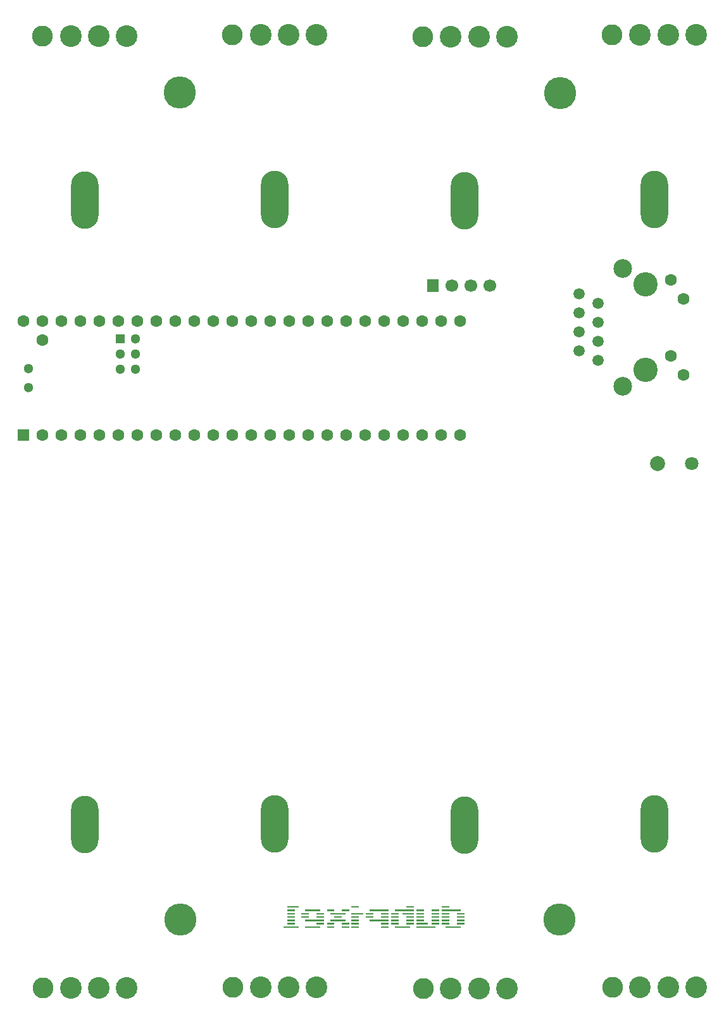
<source format=gbr>
%TF.GenerationSoftware,KiCad,Pcbnew,8.0.6*%
%TF.CreationDate,2025-03-02T11:18:05-08:00*%
%TF.ProjectId,dpx_faded,6470785f-6661-4646-9564-2e6b69636164,0.5.0*%
%TF.SameCoordinates,Original*%
%TF.FileFunction,Soldermask,Bot*%
%TF.FilePolarity,Negative*%
%FSLAX46Y46*%
G04 Gerber Fmt 4.6, Leading zero omitted, Abs format (unit mm)*
G04 Created by KiCad (PCBNEW 8.0.6) date 2025-03-02 11:18:05*
%MOMM*%
%LPD*%
G01*
G04 APERTURE LIST*
%ADD10C,0.150000*%
%ADD11C,4.300000*%
%ADD12R,1.600000X1.700000*%
%ADD13C,1.700000*%
%ADD14C,3.250000*%
%ADD15C,1.520000*%
%ADD16C,1.600000*%
%ADD17C,2.500000*%
%ADD18C,1.800000*%
%ADD19C,2.000000*%
%ADD20R,1.600000X1.600000*%
%ADD21R,1.300000X1.300000*%
%ADD22C,1.300000*%
%ADD23C,2.900000*%
%ADD24C,2.800000*%
%ADD25O,3.700000X7.700000*%
G04 APERTURE END LIST*
D10*
G36*
X338634898Y-224987903D02*
G01*
X337620949Y-224987903D01*
X337620949Y-225212117D01*
X338634898Y-225212117D01*
X338634898Y-224987903D01*
G37*
G36*
X338634898Y-227249103D02*
G01*
X337620949Y-227249103D01*
X337620949Y-227473318D01*
X338634898Y-227473318D01*
X338634898Y-227249103D01*
G37*
G36*
X338634898Y-226816793D02*
G01*
X337620949Y-226816793D01*
X337620949Y-227041008D01*
X338634898Y-227041008D01*
X338634898Y-226816793D01*
G37*
G36*
X338634898Y-226358105D02*
G01*
X337620949Y-226358105D01*
X337620949Y-226582320D01*
X338634898Y-226582320D01*
X338634898Y-226358105D01*
G37*
G36*
X338634898Y-225925795D02*
G01*
X337620949Y-225925795D01*
X337620949Y-226150010D01*
X338634898Y-226150010D01*
X338634898Y-225925795D01*
G37*
G36*
X340123021Y-225456849D02*
G01*
X337620949Y-225456849D01*
X337620949Y-225681064D01*
X340123021Y-225681064D01*
X340123021Y-225456849D01*
G37*
G36*
X340654494Y-225925795D02*
G01*
X339640544Y-225925795D01*
X339640544Y-226150010D01*
X340654494Y-226150010D01*
X340654494Y-225925795D01*
G37*
G36*
X340123021Y-227718049D02*
G01*
X338103426Y-227718049D01*
X338103426Y-227942264D01*
X340123021Y-227942264D01*
X340123021Y-227718049D01*
G37*
G36*
X340654494Y-227249103D02*
G01*
X339640544Y-227249103D01*
X339640544Y-227473318D01*
X340654494Y-227473318D01*
X340654494Y-227249103D01*
G37*
G36*
X340654494Y-226816793D02*
G01*
X339640544Y-226816793D01*
X339640544Y-227041008D01*
X340654494Y-227041008D01*
X340654494Y-226816793D01*
G37*
G36*
X340654494Y-226358105D02*
G01*
X339640544Y-226358105D01*
X339640544Y-226582320D01*
X340654494Y-226582320D01*
X340654494Y-226358105D01*
G37*
G36*
X334214542Y-227942264D02*
G01*
X334723593Y-227942264D01*
X335226831Y-227942264D01*
X336751493Y-227942264D01*
X336751493Y-227718049D01*
X335226831Y-227718049D01*
X334723593Y-227718049D01*
X334214542Y-227718049D01*
X334214542Y-227942264D01*
G37*
G36*
X335768269Y-227249103D02*
G01*
X335249253Y-227249103D01*
X334734389Y-227249103D01*
X334214542Y-227249103D01*
X334214542Y-227473318D01*
X334734389Y-227473318D01*
X335249253Y-227473318D01*
X335768269Y-227473318D01*
X335768269Y-227249103D01*
G37*
G36*
X337256392Y-227249103D02*
G01*
X336242442Y-227249103D01*
X336242442Y-227473318D01*
X337256392Y-227473318D01*
X337256392Y-227249103D01*
G37*
G36*
X336242442Y-226816793D02*
G01*
X336242442Y-227041008D01*
X337256392Y-227041008D01*
X337256392Y-226816793D01*
X336242442Y-226816793D01*
G37*
G36*
X336242442Y-226358105D02*
G01*
X336242442Y-226582320D01*
X337256392Y-226582320D01*
X337256392Y-226358105D01*
X336242442Y-226358105D01*
G37*
G36*
X336242442Y-225925795D02*
G01*
X336242442Y-226150010D01*
X337256392Y-226150010D01*
X337256392Y-225925795D01*
X336242442Y-225925795D01*
G37*
G36*
X336242442Y-225456849D02*
G01*
X336242442Y-225681064D01*
X337256392Y-225681064D01*
X337256392Y-225456849D01*
X336242442Y-225456849D01*
G37*
G36*
X334214542Y-225681064D02*
G01*
X335228492Y-225681064D01*
X335228492Y-225456849D01*
X334214542Y-225456849D01*
X334214542Y-225681064D01*
G37*
G36*
X334214542Y-226150010D02*
G01*
X335228492Y-226150010D01*
X335228492Y-225925795D01*
X334214542Y-225925795D01*
X334214542Y-226150010D01*
G37*
G36*
X334214542Y-226582320D02*
G01*
X335228492Y-226582320D01*
X335228492Y-226358105D01*
X334214542Y-226358105D01*
X334214542Y-226582320D01*
G37*
G36*
X334214542Y-227041008D02*
G01*
X335228492Y-227041008D01*
X335228492Y-226816793D01*
X334214542Y-226816793D01*
X334214542Y-227041008D01*
G37*
G36*
X333858290Y-224987903D02*
G01*
X332844340Y-224987903D01*
X332844340Y-225212117D01*
X333858290Y-225212117D01*
X333858290Y-224987903D01*
G37*
G36*
X331307222Y-225681064D02*
G01*
X333858290Y-225681064D01*
X333858290Y-225456849D01*
X331307222Y-225456849D01*
X331307222Y-225681064D01*
G37*
G36*
X331838695Y-226150010D02*
G01*
X331838695Y-225925795D01*
X330824745Y-225925795D01*
X330824745Y-226150010D01*
X331838695Y-226150010D01*
G37*
G36*
X331838695Y-226358105D02*
G01*
X330824745Y-226358105D01*
X330824745Y-226582320D01*
X331838695Y-226582320D01*
X331838695Y-226358105D01*
G37*
G36*
X331838695Y-226816793D02*
G01*
X330824745Y-226816793D01*
X330824745Y-227041008D01*
X331838695Y-227041008D01*
X331838695Y-226816793D01*
G37*
G36*
X331838695Y-227249103D02*
G01*
X330824745Y-227249103D01*
X330824745Y-227473318D01*
X331838695Y-227473318D01*
X331838695Y-227249103D01*
G37*
G36*
X333326817Y-227718049D02*
G01*
X331307222Y-227718049D01*
X331307222Y-227942264D01*
X333326817Y-227942264D01*
X333326817Y-227718049D01*
G37*
G36*
X333858290Y-227249103D02*
G01*
X332844340Y-227249103D01*
X332844340Y-227473318D01*
X333858290Y-227473318D01*
X333858290Y-227249103D01*
G37*
G36*
X333858290Y-226816793D02*
G01*
X332844340Y-226816793D01*
X332844340Y-227041008D01*
X333858290Y-227041008D01*
X333858290Y-226816793D01*
G37*
G36*
X333858290Y-226358105D02*
G01*
X332844340Y-226358105D01*
X332844340Y-226582320D01*
X333858290Y-226582320D01*
X333858290Y-226358105D01*
G37*
G36*
X333858290Y-225925795D02*
G01*
X332317020Y-225925795D01*
X332317020Y-226150010D01*
X333858290Y-226150010D01*
X333858290Y-225925795D01*
G37*
G36*
X330460188Y-227942264D02*
G01*
X330460188Y-227718049D01*
X329446238Y-227718049D01*
X329446238Y-227942264D01*
X330460188Y-227942264D01*
G37*
G36*
X330460188Y-226358105D02*
G01*
X329446238Y-226358105D01*
X329446238Y-226582320D01*
X330460188Y-226582320D01*
X330460188Y-226358105D01*
G37*
G36*
X330460188Y-225925795D02*
G01*
X329446238Y-225925795D01*
X329446238Y-226150010D01*
X330460188Y-226150010D01*
X330460188Y-225925795D01*
G37*
G36*
X327936524Y-225681064D02*
G01*
X330460188Y-225681064D01*
X330460188Y-225456849D01*
X327936524Y-225456849D01*
X327936524Y-225681064D01*
G37*
G36*
X328440593Y-226150010D02*
G01*
X328440593Y-225925795D01*
X327426643Y-225925795D01*
X327426643Y-226150010D01*
X328440593Y-226150010D01*
G37*
G36*
X328440593Y-226582320D02*
G01*
X328440593Y-226358105D01*
X327426643Y-226358105D01*
X327426643Y-226582320D01*
X328440593Y-226582320D01*
G37*
G36*
X330460188Y-227041008D02*
G01*
X330460188Y-226816793D01*
X327936524Y-226816793D01*
X327936524Y-227041008D01*
X330460188Y-227041008D01*
G37*
G36*
X330460188Y-227473318D02*
G01*
X330460188Y-227249103D01*
X329446238Y-227249103D01*
X329446238Y-227473318D01*
X330460188Y-227473318D01*
G37*
G36*
X326534766Y-227942264D02*
G01*
X326534766Y-227718049D01*
X325520816Y-227718049D01*
X325520816Y-227942264D01*
X326534766Y-227942264D01*
G37*
G36*
X326534766Y-226816793D02*
G01*
X325520816Y-226816793D01*
X325520816Y-227041008D01*
X326534766Y-227041008D01*
X326534766Y-226816793D01*
G37*
G36*
X326534766Y-226358105D02*
G01*
X325520816Y-226358105D01*
X325520816Y-226582320D01*
X326534766Y-226582320D01*
X326534766Y-226358105D01*
G37*
G36*
X327062086Y-225925795D02*
G01*
X325520816Y-225925795D01*
X325520816Y-226150010D01*
X327062086Y-226150010D01*
X327062086Y-225925795D01*
G37*
G36*
X326534766Y-224987903D02*
G01*
X325520816Y-224987903D01*
X325520816Y-225212117D01*
X326534766Y-225212117D01*
X326534766Y-224987903D01*
G37*
G36*
X326534766Y-227473318D02*
G01*
X326534766Y-227249103D01*
X325520816Y-227249103D01*
X325520816Y-227473318D01*
X326534766Y-227473318D01*
G37*
G36*
X325268367Y-227942264D02*
G01*
X325268367Y-227718049D01*
X324254417Y-227718049D01*
X324254417Y-227942264D01*
X325268367Y-227942264D01*
G37*
G36*
X324254417Y-226358105D02*
G01*
X323244619Y-226358105D01*
X323244619Y-226582320D01*
X324254417Y-226582320D01*
X324254417Y-226358105D01*
G37*
G36*
X324736894Y-225925795D02*
G01*
X322717299Y-225925795D01*
X322717299Y-226150010D01*
X324736894Y-226150010D01*
X324736894Y-225925795D01*
G37*
G36*
X323244619Y-225456849D02*
G01*
X322234822Y-225456849D01*
X322234822Y-225681064D01*
X323244619Y-225681064D01*
X323244619Y-225456849D01*
G37*
G36*
X325268367Y-225456849D02*
G01*
X324254417Y-225456849D01*
X324254417Y-225681064D01*
X325268367Y-225681064D01*
X325268367Y-225456849D01*
G37*
G36*
X324736894Y-227041008D02*
G01*
X324736894Y-226816793D01*
X322717299Y-226816793D01*
X322717299Y-227041008D01*
X324736894Y-227041008D01*
G37*
G36*
X323244619Y-227473318D02*
G01*
X323244619Y-227249103D01*
X322234822Y-227249103D01*
X322234822Y-227473318D01*
X323244619Y-227473318D01*
G37*
G36*
X323244619Y-227942264D02*
G01*
X323244619Y-227718049D01*
X322234822Y-227718049D01*
X322234822Y-227942264D01*
X323244619Y-227942264D01*
G37*
G36*
X325268367Y-227473318D02*
G01*
X325268367Y-227249103D01*
X324254417Y-227249103D01*
X324254417Y-227473318D01*
X325268367Y-227473318D01*
G37*
G36*
X319319197Y-227942264D02*
G01*
X321338792Y-227942264D01*
X321338792Y-227718049D01*
X319319197Y-227718049D01*
X319319197Y-227942264D01*
G37*
G36*
X321338792Y-225456849D02*
G01*
X319319197Y-225456849D01*
X319319197Y-225681064D01*
X321338792Y-225681064D01*
X321338792Y-225456849D01*
G37*
G36*
X321870265Y-226150010D02*
G01*
X321870265Y-225925795D01*
X320856315Y-225925795D01*
X320856315Y-226150010D01*
X321870265Y-226150010D01*
G37*
G36*
X321870265Y-226582320D02*
G01*
X321870265Y-226358105D01*
X320856315Y-226358105D01*
X320856315Y-226582320D01*
X321870265Y-226582320D01*
G37*
G36*
X319850669Y-226150010D02*
G01*
X319850669Y-225925795D01*
X318836720Y-225925795D01*
X318836720Y-226150010D01*
X319850669Y-226150010D01*
G37*
G36*
X319850669Y-226582320D02*
G01*
X319850669Y-226358105D01*
X318836720Y-226358105D01*
X318836720Y-226582320D01*
X319850669Y-226582320D01*
G37*
G36*
X321870265Y-226816793D02*
G01*
X319319197Y-226816793D01*
X319319197Y-227041008D01*
X321870265Y-227041008D01*
X321870265Y-226816793D01*
G37*
G36*
X320856315Y-227473318D02*
G01*
X321870265Y-227473318D01*
X321870265Y-227249103D01*
X320856315Y-227249103D01*
X320856315Y-227473318D01*
G37*
G36*
X318472163Y-224987903D02*
G01*
X316930893Y-224987903D01*
X316930893Y-225212117D01*
X318472163Y-225212117D01*
X318472163Y-224987903D01*
G37*
G36*
X318472163Y-227718049D02*
G01*
X316452567Y-227718049D01*
X316452567Y-227942264D01*
X318472163Y-227942264D01*
X318472163Y-227718049D01*
G37*
G36*
X317944842Y-227249103D02*
G01*
X316930893Y-227249103D01*
X316930893Y-227473318D01*
X317944842Y-227473318D01*
X317944842Y-227249103D01*
G37*
G36*
X317944842Y-226816793D02*
G01*
X316930893Y-226816793D01*
X316930893Y-227041008D01*
X317944842Y-227041008D01*
X317944842Y-226816793D01*
G37*
G36*
X317944842Y-226358105D02*
G01*
X316930893Y-226358105D01*
X316930893Y-226582320D01*
X317944842Y-226582320D01*
X317944842Y-226358105D01*
G37*
G36*
X317944842Y-225925795D02*
G01*
X316930893Y-225925795D01*
X316930893Y-226150010D01*
X317944842Y-226150010D01*
X317944842Y-225925795D01*
G37*
G36*
X317944842Y-225456849D02*
G01*
X316930893Y-225456849D01*
X316930893Y-225681064D01*
X317944842Y-225681064D01*
X317944842Y-225456849D01*
G37*
D11*
%TO.C,H2*%
X353410000Y-116310000D03*
%TD*%
D12*
%TO.C,U12*%
X336427500Y-142027500D03*
D13*
X338967500Y-142027500D03*
X341507500Y-142027500D03*
X344047500Y-142027500D03*
%TD*%
D11*
%TO.C,H3*%
X302610000Y-226760000D03*
%TD*%
D14*
%TO.C,RJ1*%
X364870000Y-153350000D03*
X364870000Y-141920000D03*
D15*
X358520000Y-152080000D03*
X355980000Y-150810000D03*
X358520000Y-149540000D03*
X355980000Y-148270000D03*
X358520000Y-147000000D03*
X355980000Y-145730000D03*
X358520000Y-144460000D03*
X355980000Y-143190000D03*
D16*
X369960000Y-153960000D03*
X368250000Y-151420000D03*
X369960000Y-143850000D03*
X368250000Y-141310000D03*
D17*
X361830000Y-155520000D03*
X361830000Y-139770000D03*
%TD*%
D18*
%TO.C,DC1*%
X371010000Y-165810000D03*
D19*
X366510000Y-165810000D03*
%TD*%
D11*
%TO.C,H1*%
X302510000Y-116260000D03*
%TD*%
%TO.C,H4*%
X353310000Y-226760000D03*
%TD*%
D20*
%TO.C,U9*%
X281610000Y-162000000D03*
D16*
X284150000Y-162000000D03*
X286690000Y-162000000D03*
X289230000Y-162000000D03*
X291770000Y-162000000D03*
X294310000Y-162000000D03*
X296850000Y-162000000D03*
X299390000Y-162000000D03*
X301930000Y-162000000D03*
X304470000Y-162000000D03*
X307010000Y-162000000D03*
X309550000Y-162000000D03*
X312090000Y-162000000D03*
X314630000Y-162000000D03*
X317170000Y-162000000D03*
X319710000Y-162000000D03*
X322250000Y-162000000D03*
X324790000Y-162000000D03*
X327330000Y-162000000D03*
X329870000Y-162000000D03*
X332410000Y-162000000D03*
X334950000Y-162000000D03*
X337490000Y-162000000D03*
X340030000Y-162000000D03*
X340030000Y-146760000D03*
X337490000Y-146760000D03*
X334950000Y-146760000D03*
X332410000Y-146760000D03*
X329870000Y-146760000D03*
X327330000Y-146760000D03*
X324790000Y-146760000D03*
X322250000Y-146760000D03*
X319710000Y-146760000D03*
X317170000Y-146760000D03*
X314630000Y-146760000D03*
X312090000Y-146760000D03*
X309550000Y-146760000D03*
X307010000Y-146760000D03*
X304470000Y-146760000D03*
X301930000Y-146760000D03*
X299390000Y-146760000D03*
X296850000Y-146760000D03*
X294310000Y-146760000D03*
X291770000Y-146760000D03*
X289230000Y-146760000D03*
X286690000Y-146760000D03*
X284150000Y-146760000D03*
X281610000Y-146760000D03*
X284150000Y-149300000D03*
D21*
X294580000Y-149198400D03*
D22*
X294580000Y-151198400D03*
X294580000Y-153198400D03*
X296580000Y-153198400D03*
X296580000Y-151198400D03*
X296580000Y-149198400D03*
X282340000Y-153110000D03*
X282340000Y-155650000D03*
%TD*%
D23*
%TO.C,U14*%
X291710000Y-235960000D03*
X287960000Y-235960000D03*
X295465000Y-235960000D03*
D24*
X284300000Y-235960000D03*
D23*
X291710000Y-108660000D03*
X287960000Y-108660000D03*
X295465000Y-108660000D03*
D24*
X284205000Y-108660000D03*
D25*
X289835000Y-130610000D03*
X289835000Y-214110000D03*
%TD*%
D23*
%TO.C,U11*%
X342555000Y-236060000D03*
X338805000Y-236060000D03*
X346310000Y-236060000D03*
D24*
X335145000Y-236060000D03*
D23*
X342555000Y-108760000D03*
X338805000Y-108760000D03*
X346310000Y-108760000D03*
D24*
X335050000Y-108760000D03*
D25*
X340680000Y-130710000D03*
X340680000Y-214210000D03*
%TD*%
D23*
%TO.C,U10*%
X367885000Y-235860000D03*
X364135000Y-235860000D03*
X371640000Y-235860000D03*
D24*
X360475000Y-235860000D03*
D23*
X367885000Y-108560000D03*
X364135000Y-108560000D03*
X371640000Y-108560000D03*
D24*
X360380000Y-108560000D03*
D25*
X366010000Y-130510000D03*
X366010000Y-214010000D03*
%TD*%
D23*
%TO.C,U13*%
X317110000Y-235860000D03*
X313360000Y-235860000D03*
X320865000Y-235860000D03*
D24*
X309700000Y-235860000D03*
D23*
X317110000Y-108560000D03*
X313360000Y-108560000D03*
X320865000Y-108560000D03*
D24*
X309605000Y-108560000D03*
D25*
X315235000Y-130510000D03*
X315235000Y-214010000D03*
%TD*%
M02*

</source>
